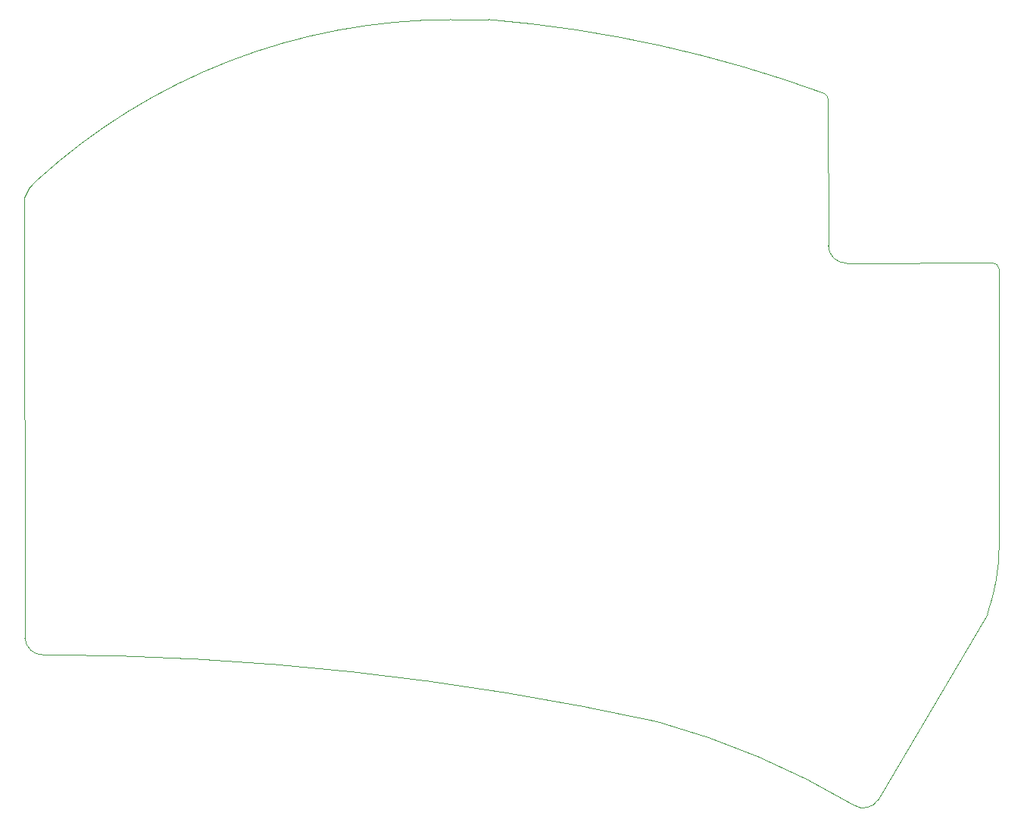
<source format=gm1>
G04 #@! TF.GenerationSoftware,KiCad,Pcbnew,(6.0.5)*
G04 #@! TF.CreationDate,2022-07-31T11:40:16+07:00*
G04 #@! TF.ProjectId,TrongDong34,54726f6e-6744-46f6-9e67-33342e6b6963,rev?*
G04 #@! TF.SameCoordinates,Original*
G04 #@! TF.FileFunction,Profile,NP*
%FSLAX46Y46*%
G04 Gerber Fmt 4.6, Leading zero omitted, Abs format (unit mm)*
G04 Created by KiCad (PCBNEW (6.0.5)) date 2022-07-31 11:40:16*
%MOMM*%
%LPD*%
G01*
G04 APERTURE LIST*
G04 #@! TA.AperFunction,Profile*
%ADD10C,0.050000*%
G04 #@! TD*
G04 APERTURE END LIST*
D10*
X126137305Y-79746735D02*
G75*
G03*
X127443999Y-72274392I-21732705J7650835D01*
G01*
X111187005Y-101182726D02*
G75*
G03*
X89218133Y-91848488I-45468205J-76493174D01*
G01*
X108331022Y-22225000D02*
G75*
G03*
X107887233Y-21567230I-766422J-38500D01*
G01*
X107887234Y-21567228D02*
G75*
G03*
X70391720Y-13311020I-49442834J-135273372D01*
G01*
X126137304Y-79746735D02*
X113919000Y-100584000D01*
X110378482Y-40554198D02*
X126694013Y-40517539D01*
X19925998Y-31249540D02*
G75*
G03*
X18499054Y-33263244I2445002J-3245000D01*
G01*
X70391720Y-13311020D02*
X66190332Y-13316480D01*
X108343520Y-38623279D02*
G75*
G03*
X110378482Y-40554198I1999980J69979D01*
G01*
X127443999Y-41263000D02*
X127443999Y-58770542D01*
X18539251Y-82531566D02*
G75*
G03*
X20576999Y-84367661I1977999J146416D01*
G01*
X127444000Y-41263000D02*
G75*
G03*
X126693999Y-40513000I-750000J0D01*
G01*
X127443999Y-58770542D02*
X127455999Y-66136542D01*
X127455999Y-66136542D02*
X127443999Y-72274392D01*
X111187005Y-101182727D02*
G75*
G03*
X113919000Y-100584000I1069995J1650027D01*
G01*
X66190332Y-13316480D02*
G75*
G03*
X19925999Y-31249542I-2J-68643690D01*
G01*
X108343481Y-38623280D02*
X108331022Y-22225000D01*
X18499054Y-33263244D02*
X18539253Y-82531566D01*
X89218133Y-91848488D02*
G75*
G03*
X20576999Y-84367661I-69219163J-316475412D01*
G01*
M02*

</source>
